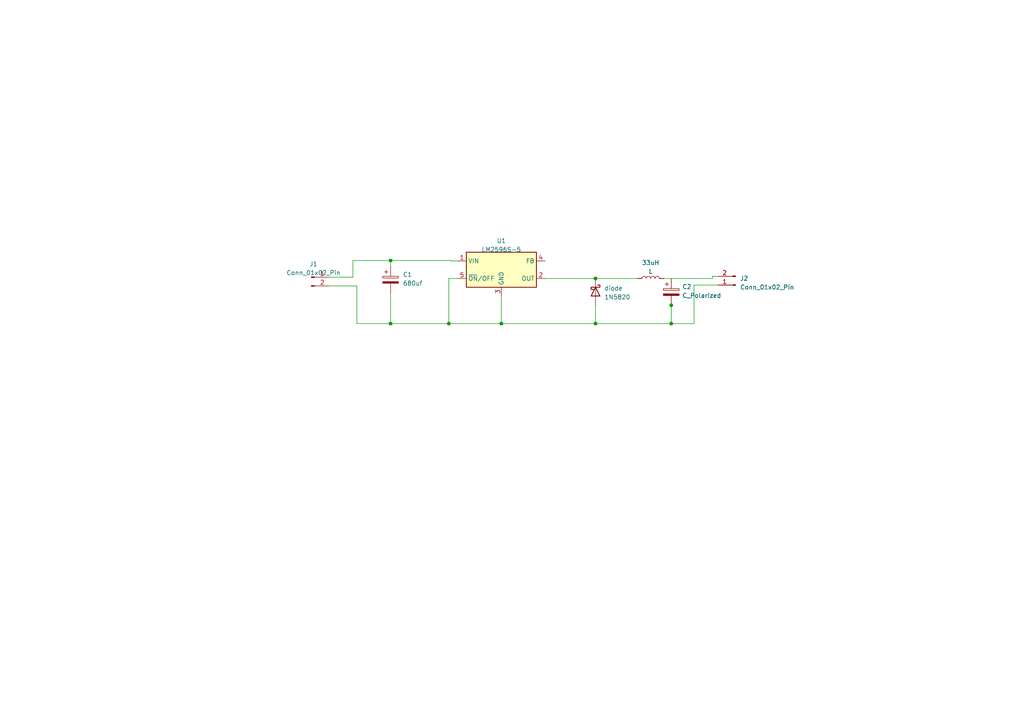
<source format=kicad_sch>
(kicad_sch (version 20230121) (generator eeschema)
  (paper "A4")
  (lib_symbols
    (symbol "Connector:Conn_01x02_Pin" (pin_names (offset 1.016) hide)
      (property "Reference" "J" (at 0 2.54 0))
      (property "Value" "Conn_01x02_Pin" (at 0 -5.08 0))
      (symbol "Conn_01x02_Pin_1_1"
        (polyline (pts (xy 1.27 -2.54) (xy 0.8636 -2.54)) (stroke (width 0.1524)))
        (polyline (pts (xy 1.27 0) (xy 0.8636 0)) (stroke (width 0.1524)))
        (rectangle (start 0.8636 -2.413) (end 0 -2.667) (stroke (width 0.1524)) (fill (type outline)))
        (rectangle (start 0.8636 0.127) (end 0 -0.127) (stroke (width 0.1524)) (fill (type outline)))
        (pin passive line (at 5.08 0 180) (length 3.81) (name "Pin_1") (number "1"))
        (pin passive line (at 5.08 -2.54 180) (length 3.81) (name "Pin_2") (number "2"))
      )
    )
    (symbol "Device:C_Polarized" (pin_numbers hide) (pin_names (offset 0.254))
      (property "Reference" "C" (at 0.635 2.54 0))
      (property "Value" "C_Polarized" (at 0.635 -2.54 0))
      (symbol "C_Polarized_0_1"
        (rectangle (start -2.286 0.508) (end 2.286 1.016))
        (polyline (pts (xy -1.778 2.286) (xy -0.762 2.286)))
        (polyline (pts (xy -1.27 2.794) (xy -1.27 1.778)))
        (rectangle (start 2.286 -0.508) (end -2.286 -1.016) (fill (type outline)))
      )
      (symbol "C_Polarized_1_1"
        (pin passive line (at 0 3.81 270) (length 2.794) (name "~") (number "1"))
        (pin passive line (at 0 -3.81 90) (length 2.794) (name "~") (number "2"))
      )
    )
    (symbol "Device:L" (pin_numbers hide) (pin_names (offset 1.016) hide)
      (property "Reference" "L" (at -1.27 0 90))
      (property "Value" "L" (at 1.905 0 90))
      (symbol "L_0_1"
        (arc (start 0 -2.54) (mid 0.6323 -1.905) (end 0 -1.27))
        (arc (start 0 -1.27) (mid 0.6323 -0.635) (end 0 0))
        (arc (start 0 0) (mid 0.6323 0.635) (end 0 1.27))
        (arc (start 0 1.27) (mid 0.6323 1.905) (end 0 2.54))
      )
      (symbol "L_1_1"
        (pin passive line (at 0 3.81 270) (length 1.27) (name "1") (number "1"))
        (pin passive line (at 0 -3.81 90) (length 1.27) (name "2") (number "2"))
      )
    )
    (symbol "Diode:1N5820" (pin_numbers hide) (pin_names (offset 1.016) hide)
      (property "Reference" "D" (at 0 2.54 0))
      (property "Value" "1N5820" (at 0 -2.54 0))
      (symbol "1N5820_0_1"
        (polyline (pts (xy 1.27 0) (xy -1.27 0)))
        (polyline (pts (xy 1.27 1.27) (xy 1.27 -1.27) (xy -1.27 0) (xy 1.27 1.27)) (stroke (width 0.254)))
        (polyline (pts (xy -1.905 0.635) (xy -1.905 1.27) (xy -1.27 1.27) (xy -1.27 -1.27) (xy -0.635 -1.27) (xy -0.635 -0.635)) (stroke (width 0.254)))
      )
      (symbol "1N5820_1_1"
        (pin passive line (at -3.81 0 0) (length 2.54) (name "K") (number "1"))
        (pin passive line (at 3.81 0 180) (length 2.54) (name "A") (number "2"))
      )
    )
    (symbol "Regulator_Switching:LM2596S-5"
      (property "Reference" "U" (at -10.16 6.35 0))
      (property "Value" "LM2596S-5" (at 0 6.35 0))
      (symbol "LM2596S-5_0_1"
        (rectangle (start -10.16 5.08) (end 10.16 -5.08) (stroke (width 0.254)) (fill (type background)))
      )
      (symbol "LM2596S-5_1_1"
        (pin power_in line (at -12.7 2.54 0) (length 2.54) (name "VIN") (number "1"))
        (pin output line (at 12.7 -2.54 180) (length 2.54) (name "OUT") (number "2"))
        (pin power_in line (at 0 -7.62 90) (length 2.54) (name "GND") (number "3"))
        (pin input line (at 12.7 2.54 180) (length 2.54) (name "FB") (number "4"))
        (pin input line (at -12.7 -2.54 0) (length 2.54) (name "~{ON}/OFF") (number "5"))
      )
    )
  )
  (junction (at 172.72 93.853))
  (junction (at 172.72 80.772))
  (junction (at 194.691 88.519))
  (junction (at 113.284 93.853))
  (junction (at 145.415 93.853))
  (junction (at 113.284 75.565))
  (junction (at 194.691 93.853))
  (junction (at 130.175 93.853))
  (wire (pts (xy 102.362 75.565) (xy 113.284 75.565)))
  (wire (pts (xy 103.505 82.931) (xy 103.505 93.853)))
  (wire (pts (xy 172.72 88.392) (xy 172.72 93.853)))
  (wire (pts (xy 172.72 80.772) (xy 184.912 80.772)))
  (wire (pts (xy 194.691 88.519) (xy 194.691 93.853)))
  (wire (pts (xy 145.415 93.853) (xy 172.72 93.853)))
  (wire (pts (xy 206.629 80.772) (xy 206.629 80.137)))
  (wire (pts (xy 130.81 75.565) (xy 130.81 75.692)))
  (wire (pts (xy 113.284 84.963) (xy 113.284 93.853)))
  (wire (pts (xy 113.284 93.853) (xy 130.175 93.853)))
  (wire (pts (xy 95.377 80.391) (xy 102.362 80.391)))
  (wire (pts (xy 132.715 80.772) (xy 130.175 80.772)))
  (wire (pts (xy 194.691 93.853) (xy 201.295 93.853)))
  (wire (pts (xy 130.81 75.692) (xy 132.715 75.692)))
  (wire (pts (xy 194.691 88.392) (xy 194.691 88.519)))
  (wire (pts (xy 113.284 75.565) (xy 113.284 77.343)))
  (wire (pts (xy 145.415 85.852) (xy 145.415 93.853)))
  (wire (pts (xy 130.175 80.772) (xy 130.175 93.853)))
  (wire (pts (xy 172.72 93.853) (xy 194.691 93.853)))
  (wire (pts (xy 192.532 80.772) (xy 206.629 80.772)))
  (wire (pts (xy 130.175 93.853) (xy 145.415 93.853)))
  (wire (pts (xy 206.629 80.137) (xy 208.28 80.137)))
  (wire (pts (xy 201.295 82.677) (xy 208.28 82.677)))
  (wire (pts (xy 102.362 80.391) (xy 102.362 75.565)))
  (wire (pts (xy 113.284 75.565) (xy 130.81 75.565)))
  (wire (pts (xy 201.295 82.677) (xy 201.295 93.853)))
  (wire (pts (xy 103.505 82.931) (xy 95.377 82.931)))
  (wire (pts (xy 158.115 80.772) (xy 172.72 80.772)))
  (wire (pts (xy 103.505 93.853) (xy 113.284 93.853)))
  (symbol (lib_id "Device:C_Polarized") (at 113.284 81.153 0) (unit 1)
    (property "Reference" "C1" (at 116.84 79.629 0) (effects (justify left)))
    (property "Value" "680uf" (at 116.84 82.169 0) (effects (justify left)))
  )
  (symbol (lib_id "Diode:1N5820") (at 172.72 84.582 270) (unit 1)
    (property "Reference" "diode" (at 175.26 83.6295 90) (effects (justify left)))
    (property "Value" "1N5820" (at 175.26 86.1695 90) (effects (justify left)))
    (property "Footprint" "Diode_THT:D_DO-201AD_P15.24mm_Horizontal" (effects hide))
    (property "Datasheet" "http://www.vishay.com/docs/88526/1n5820.pdf" (effects hide))
  )
  (symbol (lib_id "Connector:Conn_01x02_Pin") (at 213.36 82.677 180) (unit 1)
    (property "Reference" "J2" (at 214.63 80.772 0) (effects (justify right)))
    (property "Value" "Conn_01x02_Pin" (at 214.63 83.312 0) (effects (justify right)))
  )
  (symbol (lib_id "Connector:Conn_01x02_Pin") (at 90.297 80.391 0) (unit 1)
    (property "Reference" "J1" (at 90.932 76.581 0))
    (property "Value" "Conn_01x02_Pin" (at 90.932 79.121 0))
  )
  (symbol (lib_id "Device:C_Polarized") (at 194.691 84.709 0) (unit 1)
    (property "Reference" "C2" (at 197.866 83.185 0) (effects (justify left)))
    (property "Value" "C_Polarized" (at 197.866 85.725 0) (effects (justify left)))
  )
  (symbol (lib_id "Regulator_Switching:LM2596S-5") (at 145.415 78.232 0) (unit 1)
    (property "Reference" "U1" (at 145.415 69.85 0))
    (property "Value" "LM2596S-5" (at 145.415 72.39 0))
    (property "Footprint" "Package_TO_SOT_SMD:TO-263-5_TabPin3" (effects hide))
    (property "Datasheet" "http://www.ti.com/lit/ds/symlink/lm2596.pdf" (effects hide))
  )
  (symbol (lib_id "Device:L") (at 188.722 80.772 90) (unit 1)
    (property "Reference" "33uH" (at 188.722 76.2 90))
    (property "Value" "L" (at 188.722 78.74 90))
  )
)
</source>
